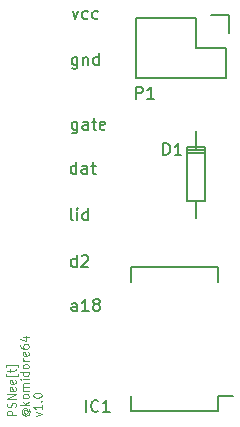
<source format=gto>
G04 #@! TF.FileFunction,Legend,Top*
%FSLAX46Y46*%
G04 Gerber Fmt 4.6, Leading zero omitted, Abs format (unit mm)*
G04 Created by KiCad (PCBNEW 4.0.2-1.fc23-product) date Thu 02 Nov 2017 11:38:22 PM EDT*
%MOMM*%
G01*
G04 APERTURE LIST*
%ADD10C,0.100000*%
%ADD11C,0.125000*%
%ADD12C,0.150000*%
%ADD13C,1.699260*%
%ADD14R,1.699260X1.699260*%
%ADD15O,2.300000X1.600000*%
%ADD16R,1.727200X1.727200*%
%ADD17O,1.727200X1.727200*%
%ADD18R,5.000000X2.500000*%
G04 APERTURE END LIST*
D10*
D11*
X145769667Y-119975333D02*
X145069667Y-119975333D01*
X145069667Y-119708667D01*
X145103000Y-119642000D01*
X145136333Y-119608667D01*
X145203000Y-119575333D01*
X145303000Y-119575333D01*
X145369667Y-119608667D01*
X145403000Y-119642000D01*
X145436333Y-119708667D01*
X145436333Y-119975333D01*
X145736333Y-119308667D02*
X145769667Y-119208667D01*
X145769667Y-119042000D01*
X145736333Y-118975333D01*
X145703000Y-118942000D01*
X145636333Y-118908667D01*
X145569667Y-118908667D01*
X145503000Y-118942000D01*
X145469667Y-118975333D01*
X145436333Y-119042000D01*
X145403000Y-119175333D01*
X145369667Y-119242000D01*
X145336333Y-119275333D01*
X145269667Y-119308667D01*
X145203000Y-119308667D01*
X145136333Y-119275333D01*
X145103000Y-119242000D01*
X145069667Y-119175333D01*
X145069667Y-119008667D01*
X145103000Y-118908667D01*
X145769667Y-118608666D02*
X145069667Y-118608666D01*
X145769667Y-118208666D01*
X145069667Y-118208666D01*
X145736333Y-117608667D02*
X145769667Y-117675333D01*
X145769667Y-117808667D01*
X145736333Y-117875333D01*
X145669667Y-117908667D01*
X145403000Y-117908667D01*
X145336333Y-117875333D01*
X145303000Y-117808667D01*
X145303000Y-117675333D01*
X145336333Y-117608667D01*
X145403000Y-117575333D01*
X145469667Y-117575333D01*
X145536333Y-117908667D01*
X145736333Y-117008667D02*
X145769667Y-117075333D01*
X145769667Y-117208667D01*
X145736333Y-117275333D01*
X145669667Y-117308667D01*
X145403000Y-117308667D01*
X145336333Y-117275333D01*
X145303000Y-117208667D01*
X145303000Y-117075333D01*
X145336333Y-117008667D01*
X145403000Y-116975333D01*
X145469667Y-116975333D01*
X145536333Y-117308667D01*
X146003000Y-116475333D02*
X146003000Y-116642000D01*
X145003000Y-116642000D01*
X145003000Y-116475333D01*
X145303000Y-116308666D02*
X145303000Y-116042000D01*
X145069667Y-116208666D02*
X145669667Y-116208666D01*
X145736333Y-116175333D01*
X145769667Y-116108666D01*
X145769667Y-116042000D01*
X146003000Y-115875333D02*
X146003000Y-115708666D01*
X145003000Y-115708666D01*
X145003000Y-115875333D01*
X146541333Y-119542000D02*
X146508000Y-119575333D01*
X146474667Y-119642000D01*
X146474667Y-119708667D01*
X146508000Y-119775333D01*
X146541333Y-119808667D01*
X146608000Y-119842000D01*
X146674667Y-119842000D01*
X146741333Y-119808667D01*
X146774667Y-119775333D01*
X146808000Y-119708667D01*
X146808000Y-119642000D01*
X146774667Y-119575333D01*
X146741333Y-119542000D01*
X146474667Y-119542000D02*
X146741333Y-119542000D01*
X146774667Y-119508667D01*
X146774667Y-119475333D01*
X146741333Y-119408667D01*
X146674667Y-119375333D01*
X146508000Y-119375333D01*
X146408000Y-119442000D01*
X146341333Y-119542000D01*
X146308000Y-119675333D01*
X146341333Y-119808667D01*
X146408000Y-119908667D01*
X146508000Y-119975333D01*
X146641333Y-120008667D01*
X146774667Y-119975333D01*
X146874667Y-119908667D01*
X146941333Y-119808667D01*
X146974667Y-119675333D01*
X146941333Y-119542000D01*
X146874667Y-119442000D01*
X146874667Y-119075333D02*
X146174667Y-119075333D01*
X146608000Y-119008667D02*
X146874667Y-118808667D01*
X146408000Y-118808667D02*
X146674667Y-119075333D01*
X146874667Y-118408666D02*
X146841333Y-118475333D01*
X146808000Y-118508666D01*
X146741333Y-118542000D01*
X146541333Y-118542000D01*
X146474667Y-118508666D01*
X146441333Y-118475333D01*
X146408000Y-118408666D01*
X146408000Y-118308666D01*
X146441333Y-118242000D01*
X146474667Y-118208666D01*
X146541333Y-118175333D01*
X146741333Y-118175333D01*
X146808000Y-118208666D01*
X146841333Y-118242000D01*
X146874667Y-118308666D01*
X146874667Y-118408666D01*
X146874667Y-117875333D02*
X146408000Y-117875333D01*
X146474667Y-117875333D02*
X146441333Y-117842000D01*
X146408000Y-117775333D01*
X146408000Y-117675333D01*
X146441333Y-117608667D01*
X146508000Y-117575333D01*
X146874667Y-117575333D01*
X146508000Y-117575333D02*
X146441333Y-117542000D01*
X146408000Y-117475333D01*
X146408000Y-117375333D01*
X146441333Y-117308667D01*
X146508000Y-117275333D01*
X146874667Y-117275333D01*
X146874667Y-116942000D02*
X146408000Y-116942000D01*
X146174667Y-116942000D02*
X146208000Y-116975334D01*
X146241333Y-116942000D01*
X146208000Y-116908667D01*
X146174667Y-116942000D01*
X146241333Y-116942000D01*
X146874667Y-116308667D02*
X146174667Y-116308667D01*
X146841333Y-116308667D02*
X146874667Y-116375334D01*
X146874667Y-116508667D01*
X146841333Y-116575334D01*
X146808000Y-116608667D01*
X146741333Y-116642001D01*
X146541333Y-116642001D01*
X146474667Y-116608667D01*
X146441333Y-116575334D01*
X146408000Y-116508667D01*
X146408000Y-116375334D01*
X146441333Y-116308667D01*
X146874667Y-115875334D02*
X146841333Y-115942001D01*
X146808000Y-115975334D01*
X146741333Y-116008668D01*
X146541333Y-116008668D01*
X146474667Y-115975334D01*
X146441333Y-115942001D01*
X146408000Y-115875334D01*
X146408000Y-115775334D01*
X146441333Y-115708668D01*
X146474667Y-115675334D01*
X146541333Y-115642001D01*
X146741333Y-115642001D01*
X146808000Y-115675334D01*
X146841333Y-115708668D01*
X146874667Y-115775334D01*
X146874667Y-115875334D01*
X146874667Y-115342001D02*
X146408000Y-115342001D01*
X146541333Y-115342001D02*
X146474667Y-115308668D01*
X146441333Y-115275335D01*
X146408000Y-115208668D01*
X146408000Y-115142001D01*
X146841333Y-114642002D02*
X146874667Y-114708668D01*
X146874667Y-114842002D01*
X146841333Y-114908668D01*
X146774667Y-114942002D01*
X146508000Y-114942002D01*
X146441333Y-114908668D01*
X146408000Y-114842002D01*
X146408000Y-114708668D01*
X146441333Y-114642002D01*
X146508000Y-114608668D01*
X146574667Y-114608668D01*
X146641333Y-114942002D01*
X146174667Y-114008668D02*
X146174667Y-114142002D01*
X146208000Y-114208668D01*
X146241333Y-114242002D01*
X146341333Y-114308668D01*
X146474667Y-114342002D01*
X146741333Y-114342002D01*
X146808000Y-114308668D01*
X146841333Y-114275335D01*
X146874667Y-114208668D01*
X146874667Y-114075335D01*
X146841333Y-114008668D01*
X146808000Y-113975335D01*
X146741333Y-113942002D01*
X146574667Y-113942002D01*
X146508000Y-113975335D01*
X146474667Y-114008668D01*
X146441333Y-114075335D01*
X146441333Y-114208668D01*
X146474667Y-114275335D01*
X146508000Y-114308668D01*
X146574667Y-114342002D01*
X146408000Y-113342001D02*
X146874667Y-113342001D01*
X146141333Y-113508668D02*
X146641333Y-113675335D01*
X146641333Y-113242001D01*
X147513000Y-120042000D02*
X147979667Y-119875333D01*
X147513000Y-119708667D01*
X147979667Y-119075334D02*
X147979667Y-119475334D01*
X147979667Y-119275334D02*
X147279667Y-119275334D01*
X147379667Y-119342000D01*
X147446333Y-119408667D01*
X147479667Y-119475334D01*
X147913000Y-118775333D02*
X147946333Y-118742000D01*
X147979667Y-118775333D01*
X147946333Y-118808667D01*
X147913000Y-118775333D01*
X147979667Y-118775333D01*
X147279667Y-118308667D02*
X147279667Y-118242000D01*
X147313000Y-118175334D01*
X147346333Y-118142000D01*
X147413000Y-118108667D01*
X147546333Y-118075334D01*
X147713000Y-118075334D01*
X147846333Y-118108667D01*
X147913000Y-118142000D01*
X147946333Y-118175334D01*
X147979667Y-118242000D01*
X147979667Y-118308667D01*
X147946333Y-118375334D01*
X147913000Y-118408667D01*
X147846333Y-118442000D01*
X147713000Y-118475334D01*
X147546333Y-118475334D01*
X147413000Y-118442000D01*
X147346333Y-118408667D01*
X147313000Y-118375334D01*
X147279667Y-118308667D01*
D12*
X161038540Y-101854520D02*
X161038540Y-103251520D01*
X161038540Y-97409520D02*
X161038540Y-95885520D01*
X161800540Y-97790520D02*
X160276540Y-97790520D01*
X161800540Y-97536520D02*
X160276540Y-97536520D01*
X161038540Y-97282520D02*
X160276540Y-97282520D01*
X160276540Y-97282520D02*
X160276540Y-101854520D01*
X160276540Y-101854520D02*
X161800540Y-101854520D01*
X161800540Y-101854520D02*
X161800540Y-97282520D01*
X161800540Y-97282520D02*
X161038540Y-97282520D01*
X162933000Y-119643000D02*
X162933000Y-118373000D01*
X155583000Y-119643000D02*
X155583000Y-118373000D01*
X155583000Y-107433000D02*
X155583000Y-108703000D01*
X162933000Y-107433000D02*
X162933000Y-108703000D01*
X162933000Y-119643000D02*
X155583000Y-119643000D01*
X162933000Y-107433000D02*
X155583000Y-107433000D01*
X162933000Y-118373000D02*
X164218000Y-118373000D01*
X161036000Y-86360000D02*
X155956000Y-86360000D01*
X163856000Y-86080000D02*
X163856000Y-87630000D01*
X163576000Y-88900000D02*
X161036000Y-88900000D01*
X161036000Y-88900000D02*
X161036000Y-86360000D01*
X155956000Y-86360000D02*
X155956000Y-91440000D01*
X155956000Y-91440000D02*
X161036000Y-91440000D01*
X163856000Y-86080000D02*
X162306000Y-86080000D01*
X163576000Y-91440000D02*
X163576000Y-88900000D01*
X161036000Y-91440000D02*
X163576000Y-91440000D01*
X158297905Y-97940381D02*
X158297905Y-96940381D01*
X158536000Y-96940381D01*
X158678858Y-96988000D01*
X158774096Y-97083238D01*
X158821715Y-97178476D01*
X158869334Y-97368952D01*
X158869334Y-97511810D01*
X158821715Y-97702286D01*
X158774096Y-97797524D01*
X158678858Y-97892762D01*
X158536000Y-97940381D01*
X158297905Y-97940381D01*
X159821715Y-97940381D02*
X159250286Y-97940381D01*
X159536000Y-97940381D02*
X159536000Y-96940381D01*
X159440762Y-97083238D01*
X159345524Y-97178476D01*
X159250286Y-97226095D01*
X151745810Y-119688381D02*
X151745810Y-118688381D01*
X152793429Y-119593143D02*
X152745810Y-119640762D01*
X152602953Y-119688381D01*
X152507715Y-119688381D01*
X152364857Y-119640762D01*
X152269619Y-119545524D01*
X152222000Y-119450286D01*
X152174381Y-119259810D01*
X152174381Y-119116952D01*
X152222000Y-118926476D01*
X152269619Y-118831238D01*
X152364857Y-118736000D01*
X152507715Y-118688381D01*
X152602953Y-118688381D01*
X152745810Y-118736000D01*
X152793429Y-118783619D01*
X153745810Y-119688381D02*
X153174381Y-119688381D01*
X153460095Y-119688381D02*
X153460095Y-118688381D01*
X153364857Y-118831238D01*
X153269619Y-118926476D01*
X153174381Y-118974095D01*
X155979905Y-93162381D02*
X155979905Y-92162381D01*
X156360858Y-92162381D01*
X156456096Y-92210000D01*
X156503715Y-92257619D01*
X156551334Y-92352857D01*
X156551334Y-92495714D01*
X156503715Y-92590952D01*
X156456096Y-92638571D01*
X156360858Y-92686190D01*
X155979905Y-92686190D01*
X157503715Y-93162381D02*
X156932286Y-93162381D01*
X157218000Y-93162381D02*
X157218000Y-92162381D01*
X157122762Y-92305238D01*
X157027524Y-92400476D01*
X156932286Y-92448095D01*
X150934096Y-107400381D02*
X150934096Y-106400381D01*
X150934096Y-107352762D02*
X150838858Y-107400381D01*
X150648381Y-107400381D01*
X150553143Y-107352762D01*
X150505524Y-107305143D01*
X150457905Y-107209905D01*
X150457905Y-106924190D01*
X150505524Y-106828952D01*
X150553143Y-106781333D01*
X150648381Y-106733714D01*
X150838858Y-106733714D01*
X150934096Y-106781333D01*
X151362667Y-106495619D02*
X151410286Y-106448000D01*
X151505524Y-106400381D01*
X151743620Y-106400381D01*
X151838858Y-106448000D01*
X151886477Y-106495619D01*
X151934096Y-106590857D01*
X151934096Y-106686095D01*
X151886477Y-106828952D01*
X151315048Y-107400381D01*
X151934096Y-107400381D01*
X150965905Y-111146381D02*
X150965905Y-110622571D01*
X150918286Y-110527333D01*
X150823048Y-110479714D01*
X150632571Y-110479714D01*
X150537333Y-110527333D01*
X150965905Y-111098762D02*
X150870667Y-111146381D01*
X150632571Y-111146381D01*
X150537333Y-111098762D01*
X150489714Y-111003524D01*
X150489714Y-110908286D01*
X150537333Y-110813048D01*
X150632571Y-110765429D01*
X150870667Y-110765429D01*
X150965905Y-110717810D01*
X151965905Y-111146381D02*
X151394476Y-111146381D01*
X151680190Y-111146381D02*
X151680190Y-110146381D01*
X151584952Y-110289238D01*
X151489714Y-110384476D01*
X151394476Y-110432095D01*
X152537333Y-110574952D02*
X152442095Y-110527333D01*
X152394476Y-110479714D01*
X152346857Y-110384476D01*
X152346857Y-110336857D01*
X152394476Y-110241619D01*
X152442095Y-110194000D01*
X152537333Y-110146381D01*
X152727810Y-110146381D01*
X152823048Y-110194000D01*
X152870667Y-110241619D01*
X152918286Y-110336857D01*
X152918286Y-110384476D01*
X152870667Y-110479714D01*
X152823048Y-110527333D01*
X152727810Y-110574952D01*
X152537333Y-110574952D01*
X152442095Y-110622571D01*
X152394476Y-110670190D01*
X152346857Y-110765429D01*
X152346857Y-110955905D01*
X152394476Y-111051143D01*
X152442095Y-111098762D01*
X152537333Y-111146381D01*
X152727810Y-111146381D01*
X152823048Y-111098762D01*
X152870667Y-111051143D01*
X152918286Y-110955905D01*
X152918286Y-110765429D01*
X152870667Y-110670190D01*
X152823048Y-110622571D01*
X152727810Y-110574952D01*
X150624571Y-103462381D02*
X150529333Y-103414762D01*
X150481714Y-103319524D01*
X150481714Y-102462381D01*
X151005524Y-103462381D02*
X151005524Y-102795714D01*
X151005524Y-102462381D02*
X150957905Y-102510000D01*
X151005524Y-102557619D01*
X151053143Y-102510000D01*
X151005524Y-102462381D01*
X151005524Y-102557619D01*
X151910286Y-103462381D02*
X151910286Y-102462381D01*
X151910286Y-103414762D02*
X151815048Y-103462381D01*
X151624571Y-103462381D01*
X151529333Y-103414762D01*
X151481714Y-103367143D01*
X151434095Y-103271905D01*
X151434095Y-102986190D01*
X151481714Y-102890952D01*
X151529333Y-102843333D01*
X151624571Y-102795714D01*
X151815048Y-102795714D01*
X151910286Y-102843333D01*
X151005619Y-95111714D02*
X151005619Y-95921238D01*
X150958000Y-96016476D01*
X150910381Y-96064095D01*
X150815142Y-96111714D01*
X150672285Y-96111714D01*
X150577047Y-96064095D01*
X151005619Y-95730762D02*
X150910381Y-95778381D01*
X150719904Y-95778381D01*
X150624666Y-95730762D01*
X150577047Y-95683143D01*
X150529428Y-95587905D01*
X150529428Y-95302190D01*
X150577047Y-95206952D01*
X150624666Y-95159333D01*
X150719904Y-95111714D01*
X150910381Y-95111714D01*
X151005619Y-95159333D01*
X151910381Y-95778381D02*
X151910381Y-95254571D01*
X151862762Y-95159333D01*
X151767524Y-95111714D01*
X151577047Y-95111714D01*
X151481809Y-95159333D01*
X151910381Y-95730762D02*
X151815143Y-95778381D01*
X151577047Y-95778381D01*
X151481809Y-95730762D01*
X151434190Y-95635524D01*
X151434190Y-95540286D01*
X151481809Y-95445048D01*
X151577047Y-95397429D01*
X151815143Y-95397429D01*
X151910381Y-95349810D01*
X152243714Y-95111714D02*
X152624666Y-95111714D01*
X152386571Y-94778381D02*
X152386571Y-95635524D01*
X152434190Y-95730762D01*
X152529428Y-95778381D01*
X152624666Y-95778381D01*
X153338953Y-95730762D02*
X153243715Y-95778381D01*
X153053238Y-95778381D01*
X152958000Y-95730762D01*
X152910381Y-95635524D01*
X152910381Y-95254571D01*
X152958000Y-95159333D01*
X153053238Y-95111714D01*
X153243715Y-95111714D01*
X153338953Y-95159333D01*
X153386572Y-95254571D01*
X153386572Y-95349810D01*
X152910381Y-95445048D01*
X150926191Y-99524381D02*
X150926191Y-98524381D01*
X150926191Y-99476762D02*
X150830953Y-99524381D01*
X150640476Y-99524381D01*
X150545238Y-99476762D01*
X150497619Y-99429143D01*
X150450000Y-99333905D01*
X150450000Y-99048190D01*
X150497619Y-98952952D01*
X150545238Y-98905333D01*
X150640476Y-98857714D01*
X150830953Y-98857714D01*
X150926191Y-98905333D01*
X151830953Y-99524381D02*
X151830953Y-99000571D01*
X151783334Y-98905333D01*
X151688096Y-98857714D01*
X151497619Y-98857714D01*
X151402381Y-98905333D01*
X151830953Y-99476762D02*
X151735715Y-99524381D01*
X151497619Y-99524381D01*
X151402381Y-99476762D01*
X151354762Y-99381524D01*
X151354762Y-99286286D01*
X151402381Y-99191048D01*
X151497619Y-99143429D01*
X151735715Y-99143429D01*
X151830953Y-99095810D01*
X152164286Y-98857714D02*
X152545238Y-98857714D01*
X152307143Y-98524381D02*
X152307143Y-99381524D01*
X152354762Y-99476762D01*
X152450000Y-99524381D01*
X152545238Y-99524381D01*
X151013524Y-89633714D02*
X151013524Y-90443238D01*
X150965905Y-90538476D01*
X150918286Y-90586095D01*
X150823047Y-90633714D01*
X150680190Y-90633714D01*
X150584952Y-90586095D01*
X151013524Y-90252762D02*
X150918286Y-90300381D01*
X150727809Y-90300381D01*
X150632571Y-90252762D01*
X150584952Y-90205143D01*
X150537333Y-90109905D01*
X150537333Y-89824190D01*
X150584952Y-89728952D01*
X150632571Y-89681333D01*
X150727809Y-89633714D01*
X150918286Y-89633714D01*
X151013524Y-89681333D01*
X151489714Y-89633714D02*
X151489714Y-90300381D01*
X151489714Y-89728952D02*
X151537333Y-89681333D01*
X151632571Y-89633714D01*
X151775429Y-89633714D01*
X151870667Y-89681333D01*
X151918286Y-89776571D01*
X151918286Y-90300381D01*
X152823048Y-90300381D02*
X152823048Y-89300381D01*
X152823048Y-90252762D02*
X152727810Y-90300381D01*
X152537333Y-90300381D01*
X152442095Y-90252762D01*
X152394476Y-90205143D01*
X152346857Y-90109905D01*
X152346857Y-89824190D01*
X152394476Y-89728952D01*
X152442095Y-89681333D01*
X152537333Y-89633714D01*
X152727810Y-89633714D01*
X152823048Y-89681333D01*
X150608762Y-85759714D02*
X150846857Y-86426381D01*
X151084953Y-85759714D01*
X151894477Y-86378762D02*
X151799239Y-86426381D01*
X151608762Y-86426381D01*
X151513524Y-86378762D01*
X151465905Y-86331143D01*
X151418286Y-86235905D01*
X151418286Y-85950190D01*
X151465905Y-85854952D01*
X151513524Y-85807333D01*
X151608762Y-85759714D01*
X151799239Y-85759714D01*
X151894477Y-85807333D01*
X152751620Y-86378762D02*
X152656382Y-86426381D01*
X152465905Y-86426381D01*
X152370667Y-86378762D01*
X152323048Y-86331143D01*
X152275429Y-86235905D01*
X152275429Y-85950190D01*
X152323048Y-85854952D01*
X152370667Y-85807333D01*
X152465905Y-85759714D01*
X152656382Y-85759714D01*
X152751620Y-85807333D01*
%LPC*%
D13*
X161038540Y-104648520D03*
D14*
X161038540Y-94488520D03*
D15*
X163068000Y-117348000D03*
X163068000Y-114808000D03*
X163068000Y-112268000D03*
X163068000Y-109728000D03*
X155448000Y-109728000D03*
X155448000Y-112268000D03*
X155448000Y-114808000D03*
X155448000Y-117348000D03*
D16*
X162306000Y-87630000D03*
D17*
X162306000Y-90170000D03*
X159766000Y-87630000D03*
X159766000Y-90170000D03*
X157226000Y-87630000D03*
X157226000Y-90170000D03*
D18*
X147066000Y-107442000D03*
X147066000Y-111252000D03*
X147066000Y-103632000D03*
X147066000Y-96012000D03*
X147066000Y-99822000D03*
X147066000Y-90678000D03*
X147066000Y-86868000D03*
M02*

</source>
